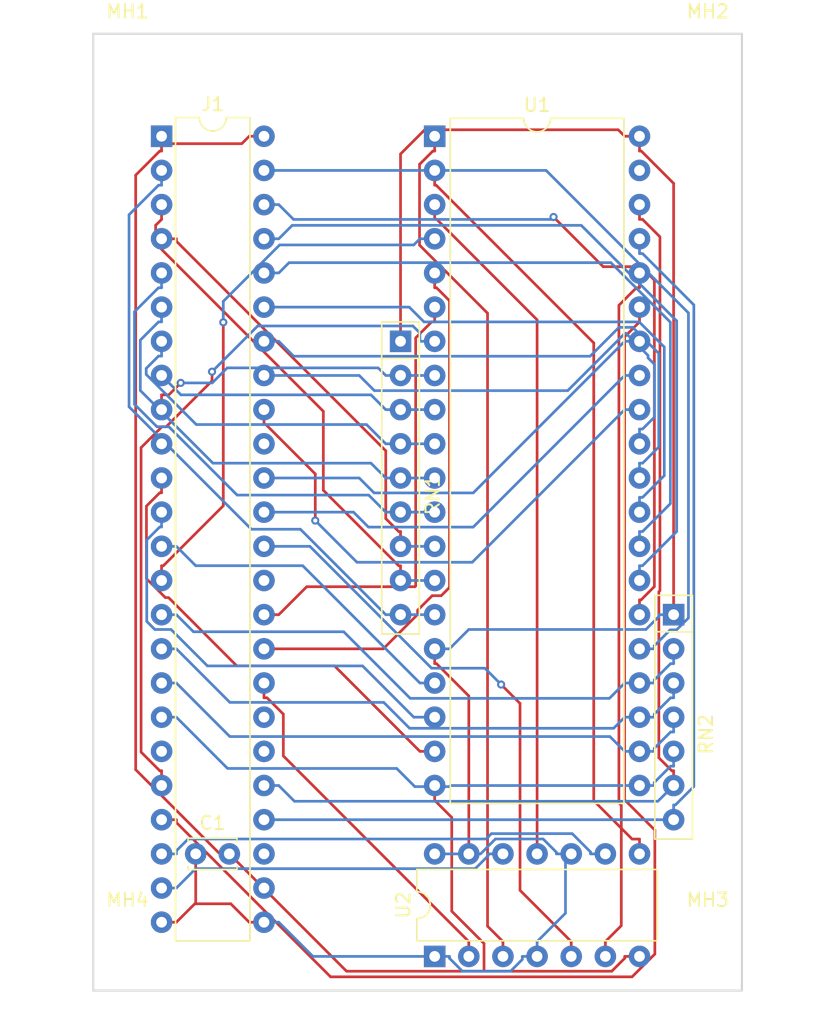
<source format=kicad_pcb>
(kicad_pcb (version 20211014) (generator pcbnew)
  (layers (0 "F.Cu" signal) (31 "B.Cu" signal) (34 "B.Paste" user) (35 "F.Paste" user) (36 "B.SilkS" user "B.Silkscreen") (37 "F.SilkS" user "F.Silkscreen") (38 "B.Mask" user) (39 "F.Mask" user) (44 "Edge.Cuts" user))
  (net 0 "")
  (net 1 "VCC")
  (net 2 "GND")
  (net 3 "/P53")
  (net 4 "Net-(J1-Pad30)")
  (net 5 "/P26")
  (net 6 "Net-(J1-Pad27)")
  (net 7 "/P27")
  (net 8 "/P46")
  (net 9 "Net-(J1-Pad26)")
  (net 10 "Net-(J1-Pad19)")
  (net 11 "/P25")
  (net 12 "/P24")
  (net 13 "/P23")
  (net 14 "/P22")
  (net 15 "/P21")
  (net 16 "/P20")
  (net 17 "/P34")
  (net 18 "Net-(J1-Pad10)")
  (net 19 "/P35")
  (net 20 "/P17")
  (net 21 "/P36")
  (net 22 "/P16")
  (net 23 "Net-(J1-Pad39)")
  (net 24 "/P15")
  (net 25 "/P40")
  (net 26 "/P14")
  (net 27 "/P41")
  (net 28 "/P13")
  (net 29 "/P42")
  (net 30 "/P12")
  (net 31 "/P11")
  (net 32 "/P44")
  (net 33 "/P10")
  (net 34 "/P45")
  (net 35 "/P33")
  (net 36 "/P32")
  (net 37 "/P31")
  (net 38 "/P30")
  (net 39 "/P51")
  (net 40 "/P55")
  (net 41 "/P37")
  (net 42 "/P52")
  (net 43 "/P54")
  (net 44 "/P50")
  (net 45 "Net-(J1-Pad31)")
  (net 46 "Net-(J1-Pad35)")
  (net 47 "Net-(U1-Pad39)")
  (net 48 "Net-(U1-Pad36)")
  (net 49 "Net-(U1-Pad3)")
  (net 50 "Net-(U1-Pad2)")
  (net 51 "Net-(U1-Pad1)")
  (footprint "MountingHole:MountingHole_3.2mm_M3" (layer "F.Cu") (at 101 70)
    (fp_text reference "MH1")
    (fp_text value "MountingHole_3.2mm_M3")
  )
  (footprint "MountingHole:MountingHole_3.2mm_M3" (layer "F.Cu") (at 144.18 70)
    (fp_text reference "MH2")
    (fp_text value "MountingHole_3.2mm_M3")
  )
  (footprint "MountingHole:MountingHole_3.2mm_M3" (layer "F.Cu") (at 144.18 136.04)
    (fp_text reference "MH3")
    (fp_text value "MountingHole_3.2mm_M3")
  )
  (footprint "MountingHole:MountingHole_3.2mm_M3" (layer "F.Cu") (at 101 136.04)
    (fp_text reference "MH4")
    (fp_text value "MountingHole_3.2mm_M3")
  )
  (footprint "Resistor_THT:R_Array_SIP9" (layer "F.Cu") (at 121.32 90.32 -90)
    (fp_text reference "RN1")
    (fp_text value "10k")
  )
  (footprint "Resistor_THT:R_Array_SIP7" (layer "F.Cu") (at 141.64 110.64 -90)
    (fp_text reference "RN2")
    (fp_text value "10k")
  )
  (footprint "Package_DIP:DIP-14_W7.62mm" (layer "F.Cu") (at 123.86 136.04 90)
    (fp_text reference "U2")
    (fp_text value "74HCT126")
  )
  (footprint "Capacitor_THT:C_Disc_D3.4mm_W2.1mm_P2.50mm" (layer "F.Cu") (at 106.08 128.42)
    (fp_text reference "C1")
    (fp_text value "0.1u")
  )
  (footprint "0-LocalLibrary:DIP-48_W7.62mm" (layer "F.Cu") (at 103.54 75.08)
    (fp_text reference "J1")
    (fp_text value "BionicConnector")
  )
  (footprint "Package_DIP:DIP-40_W15.24mm" (layer "F.Cu") (at 123.86 75.08)
    (fp_text reference "U1")
    (fp_text value "CDP1802")
  )
  (gr_line (start 98.46 138.58) (end 98.46 67.46) (layer "Edge.Cuts") (width 0.15))
  (gr_line (start 146.72 138.58) (end 98.46 138.58) (layer "Edge.Cuts") (width 0.15))
  (gr_line (start 146.72 67.46) (end 146.72 138.58) (layer "Edge.Cuts") (width 0.15))
  (gr_line (start 98.46 67.46) (end 146.72 67.46) (layer "Edge.Cuts") (width 0.15))
  (segment (start 139.1 75.08) (end 139.1 76.1803) (width 0.2) (layer "F.Cu") (net 1))
  (segment (start 121.32 76.3977) (end 123.1191 74.5986) (width 0.2) (layer "F.Cu") (net 1))
  (segment (start 121.32 90.32) (end 121.32 76.3977) (width 0.2) (layer "F.Cu") (net 1))
  (segment (start 141.64 78.5828) (end 141.64 110.64) (width 0.2) (layer "F.Cu") (net 1))
  (segment (start 126.4 116.6828) (end 126.4 127.3197) (width 0.2) (layer "F.Cu") (net 1))
  (segment (start 111.16 133.5) (end 110.0597 133.5) (width 0.2) (layer "F.Cu") (net 1))
  (segment (start 103.54 133.5) (end 104.6403 133.5) (width 0.2) (layer "F.Cu") (net 1))
  (segment (start 137.5183 74.5986) (end 137.9997 75.08) (width 0.2) (layer "F.Cu") (net 1))
  (segment (start 123.86 113.18) (end 123.86 114.2803) (width 0.2) (layer "F.Cu") (net 1))
  (segment (start 123.9975 114.2803) (end 126.4 116.6828) (width 0.2) (layer "F.Cu") (net 1))
  (segment (start 106.08 132.1299) (end 106.0104 132.1299) (width 0.2) (layer "F.Cu") (net 1))
  (segment (start 139.1 76.1803) (end 139.2375 76.1803) (width 0.2) (layer "F.Cu") (net 1))
  (segment (start 106.08 132.1299) (end 106.08 128.42) (width 0.2) (layer "F.Cu") (net 1))
  (segment (start 126.4 128.42) (end 126.4 127.3197) (width 0.2) (layer "F.Cu") (net 1))
  (segment (start 139.2375 76.1803) (end 141.64 78.5828) (width 0.2) (layer "F.Cu") (net 1))
  (segment (start 106.0104 132.1299) (end 104.6403 133.5) (width 0.2) (layer "F.Cu") (net 1))
  (segment (start 139.1 75.08) (end 137.9997 75.08) (width 0.2) (layer "F.Cu") (net 1))
  (segment (start 123.1191 74.5986) (end 137.5183 74.5986) (width 0.2) (layer "F.Cu") (net 1))
  (segment (start 123.86 114.2803) (end 123.9975 114.2803) (width 0.2) (layer "F.Cu") (net 1))
  (segment (start 108.6896 132.1299) (end 106.08 132.1299) (width 0.2) (layer "F.Cu") (net 1))
  (segment (start 110.0597 133.5) (end 108.6896 132.1299) (width 0.2) (layer "F.Cu") (net 1))
  (segment (start 131.935 127.3148) (end 128.3786 127.3148) (width 0.2) (layer "B.Cu") (net 1))
  (segment (start 131.48 136.04) (end 130.3797 136.04) (width 0.2) (layer "B.Cu") (net 1))
  (segment (start 124.9603 136.04) (end 124.9603 136.1775) (width 0.2) (layer "B.Cu") (net 1))
  (segment (start 133.5919 132.8278) (end 131.48 134.9397) (width 0.2) (layer "B.Cu") (net 1))
  (segment (start 123.86 136.04) (end 124.9603 136.04) (width 0.2) (layer "B.Cu") (net 1))
  (segment (start 123.86 113.18) (end 124.9603 113.18) (width 0.2) (layer "B.Cu") (net 1))
  (segment (start 139.5771 111.7403) (end 126.4 111.7403) (width 0.2) (layer "B.Cu") (net 1))
  (segment (start 132.9197 128.42) (end 132.9197 128.2995) (width 0.2) (layer "B.Cu") (net 1))
  (segment (start 112.2603 133.5) (end 114.8003 136.04) (width 0.2) (layer "B.Cu") (net 1))
  (segment (start 134.02 128.42) (end 133.5919 128.42) (width 0.2) (layer "B.Cu") (net 1))
  (segment (start 127.2734 128.42) (end 126.4 128.42) (width 0.2) (layer "B.Cu") (net 1))
  (segment (start 114.8003 136.04) (end 123.86 136.04) (width 0.2) (layer "B.Cu") (net 1))
  (segment (start 126.4 128.42) (end 123.86 128.42) (width 0.2) (layer "B.Cu") (net 1))
  (segment (start 129.5003 137.1474) (end 130.3797 136.268) (width 0.2) (layer "B.Cu") (net 1))
  (segment (start 130.3797 136.268) (end 130.3797 136.04) (width 0.2) (layer "B.Cu") (net 1))
  (segment (start 131.48 136.04) (end 131.48 134.9397) (width 0.2) (layer "B.Cu") (net 1))
  (segment (start 133.5919 128.42) (end 133.5919 132.8278) (width 0.2) (layer "B.Cu") (net 1))
  (segment (start 140.5397 110.7777) (end 139.5771 111.7403) (width 0.2) (layer "B.Cu") (net 1))
  (segment (start 140.5397 110.64) (end 140.5397 110.7777) (width 0.2) (layer "B.Cu") (net 1))
  (segment (start 126.4 111.7403) (end 124.9603 113.18) (width 0.2) (layer "B.Cu") (net 1))
  (segment (start 132.9197 128.2995) (end 131.935 127.3148) (width 0.2) (layer "B.Cu") (net 1))
  (segment (start 133.4699 128.42) (end 133.5919 128.42) (width 0.2) (layer "B.Cu") (net 1))
  (segment (start 111.16 133.5) (end 112.2603 133.5) (width 0.2) (layer "B.Cu") (net 1))
  (segment (start 141.64 110.64) (end 140.5397 110.64) (width 0.2) (layer "B.Cu") (net 1))
  (segment (start 133.4699 128.42) (end 132.9197 128.42) (width 0.2) (layer "B.Cu") (net 1))
  (segment (start 128.3786 127.3148) (end 127.2734 128.42) (width 0.2) (layer "B.Cu") (net 1))
  (segment (start 124.9603 136.1775) (end 125.9302 137.1474) (width 0.2) (layer "B.Cu") (net 1))
  (segment (start 125.9302 137.1474) (end 129.5003 137.1474) (width 0.2) (layer "B.Cu") (net 1))
  (segment (start 137.0344 137.1428) (end 127.5314 137.1428) (width 0.2) (layer "F.Cu") (net 2))
  (segment (start 139.1 136.04) (end 137.9997 136.04) (width 0.2) (layer "F.Cu") (net 2))
  (segment (start 117.3028 137.1428) (end 108.58 128.42) (width 0.2) (layer "F.Cu") (net 2))
  (segment (start 103.54 75.6301) (end 109.5096 75.6301) (width 0.2) (layer "F.Cu") (net 2))
  (segment (start 109.5096 75.6301) (end 110.0597 75.08) (width 0.2) (layer "F.Cu") (net 2))
  (segment (start 103.54 75.08) (end 103.54 75.6301) (width 0.2) (layer "F.Cu") (net 2))
  (segment (start 123.86 123.34) (end 123.86 124.4403) (width 0.2) (layer "F.Cu") (net 2))
  (segment (start 103.4025 76.1803) (end 101.6137 77.9691) (width 0.2) (layer "F.Cu") (net 2))
  (segment (start 111.16 75.08) (end 110.0597 75.08) (width 0.2) (layer "F.Cu") (net 2))
  (segment (start 127.5314 135.0825) (end 125.13 132.6811) (width 0.2) (layer "F.Cu") (net 2))
  (segment (start 103.54 75.6301) (end 103.54 76.1803) (width 0.2) (layer "F.Cu") (net 2))
  (segment (start 107.8722 128.42) (end 108.58 128.42) (width 0.2) (layer "F.Cu") (net 2))
  (segment (start 103.54 76.1803) (end 103.4025 76.1803) (width 0.2) (layer "F.Cu") (net 2))
  (segment (start 101.6137 77.9691) (end 101.6137 122.1615) (width 0.2) (layer "F.Cu") (net 2))
  (segment (start 127.5314 137.1428) (end 127.5314 135.0825) (width 0.2) (layer "F.Cu") (net 2))
  (segment (start 101.6137 122.1615) (end 107.8722 128.42) (width 0.2) (layer "F.Cu") (net 2))
  (segment (start 125.13 125.7103) (end 123.86 124.4403) (width 0.2) (layer "F.Cu") (net 2))
  (segment (start 137.9997 136.1775) (end 137.0344 137.1428) (width 0.2) (layer "F.Cu") (net 2))
  (segment (start 127.5314 137.1428) (end 117.3028 137.1428) (width 0.2) (layer "F.Cu") (net 2))
  (segment (start 137.9997 136.04) (end 137.9997 136.1775) (width 0.2) (layer "F.Cu") (net 2))
  (segment (start 125.13 132.6811) (end 125.13 125.7103) (width 0.2) (layer "F.Cu") (net 2))
  (segment (start 126.8771 129.5203) (end 106.08 129.5203) (width 0.2) (layer "B.Cu") (net 3))
  (segment (start 103.54 130.96) (end 104.6403 130.96) (width 0.2) (layer "B.Cu") (net 3))
  (segment (start 127.8397 128.5577) (end 126.8771 129.5203) (width 0.2) (layer "B.Cu") (net 3))
  (segment (start 128.94 128.42) (end 127.8397 128.42) (width 0.2) (layer "B.Cu") (net 3))
  (segment (start 106.08 129.5203) (end 104.6403 130.96) (width 0.2) (layer "B.Cu") (net 3))
  (segment (start 127.8397 128.42) (end 127.8397 128.5577) (width 0.2) (layer "B.Cu") (net 3))
  (segment (start 139.734 91.5516) (end 140.2146 92.0322) (width 0.2) (layer "B.Cu") (net 5))
  (segment (start 133.7597 93.9874) (end 138.0143 89.7328) (width 0.2) (layer "B.Cu") (net 5))
  (segment (start 111.16 92.86) (end 112.2603 92.86) (width 0.2) (layer "B.Cu") (net 5))
  (segment (start 140.2146 92.0322) (end 140.2146 95.9531) (width 0.2) (layer "B.Cu") (net 5))
  (segment (start 119.3734 93.9874) (end 133.7597 93.9874) (width 0.2) (layer "B.Cu") (net 5))
  (segment (start 138.0143 89.7328) (end 138.0969 89.7328) (width 0.2) (layer "B.Cu") (net 5))
  (segment (start 139.328 96.8397) (end 139.1 96.8397) (width 0.2) (layer "B.Cu") (net 5))
  (segment (start 139.734 91.3699) (end 139.734 91.5516) (width 0.2) (layer "B.Cu") (net 5))
  (segment (start 118.246 92.86) (end 119.3734 93.9874) (width 0.2) (layer "B.Cu") (net 5))
  (segment (start 138.0969 89.7328) (end 139.734 91.3699) (width 0.2) (layer "B.Cu") (net 5))
  (segment (start 112.2603 92.86) (end 118.246 92.86) (width 0.2) (layer "B.Cu") (net 5))
  (segment (start 139.1 97.94) (end 139.1 96.8397) (width 0.2) (layer "B.Cu") (net 5))
  (segment (start 140.2146 95.9531) (end 139.328 96.8397) (width 0.2) (layer "B.Cu") (net 5))
  (segment (start 111.2974 96.5003) (end 114.9754 100.1783) (width 0.2) (layer "F.Cu") (net 7))
  (segment (start 111.16 96.5003) (end 111.2974 96.5003) (width 0.2) (layer "F.Cu") (net 7))
  (segment (start 114.9754 100.1783) (end 114.9754 103.6446) (width 0.2) (layer "F.Cu") (net 7))
  (segment (start 111.16 95.4) (end 111.16 96.5003) (width 0.2) (layer "F.Cu") (net 7))
  (via (at 114.9754 103.6446) (size 0.6) (drill 0.3) (layers "F.Cu" "B.Cu") (net 7))
  (segment (start 118.0768 106.746) (end 114.9754 103.6446) (width 0.2) (layer "B.Cu") (net 7))
  (segment (start 139.1 95.4) (end 137.9997 95.4) (width 0.2) (layer "B.Cu") (net 7))
  (segment (start 137.9997 95.4) (end 126.6537 106.746) (width 0.2) (layer "B.Cu") (net 7))
  (segment (start 126.6537 106.746) (end 118.0768 106.746) (width 0.2) (layer "B.Cu") (net 7))
  (segment (start 126.4 134.9397) (end 112.5996 121.1393) (width 0.2) (layer "F.Cu") (net 8))
  (segment (start 112.5996 118.0319) (end 111.388 116.8203) (width 0.2) (layer "F.Cu") (net 8))
  (segment (start 111.16 115.72) (end 111.16 116.8203) (width 0.2) (layer "F.Cu") (net 8))
  (segment (start 126.4 136.04) (end 126.4 134.9397) (width 0.2) (layer "F.Cu") (net 8))
  (segment (start 111.388 116.8203) (end 111.16 116.8203) (width 0.2) (layer "F.Cu") (net 8))
  (segment (start 112.5996 121.1393) (end 112.5996 118.0319) (width 0.2) (layer "F.Cu") (net 8))
  (segment (start 135.4287 91.4312) (end 137.5759 89.284) (width 0.2) (layer "B.Cu") (net 11))
  (segment (start 139.328 99.3797) (end 139.1 99.3797) (width 0.2) (layer "B.Cu") (net 11))
  (segment (start 138.5986 89.284) (end 140.5346 91.22) (width 0.2) (layer "B.Cu") (net 11))
  (segment (start 137.5759 89.284) (end 138.5986 89.284) (width 0.2) (layer "B.Cu") (net 11))
  (segment (start 111.16 90.32) (end 112.2603 90.32) (width 0.2) (layer "B.Cu") (net 11))
  (segment (start 139.1 100.48) (end 139.1 99.3797) (width 0.2) (layer "B.Cu") (net 11))
  (segment (start 113.3715 91.4312) (end 135.4287 91.4312) (width 0.2) (layer "B.Cu") (net 11))
  (segment (start 140.5346 91.22) (end 140.5346 98.1731) (width 0.2) (layer "B.Cu") (net 11))
  (segment (start 140.5346 98.1731) (end 139.328 99.3797) (width 0.2) (layer "B.Cu") (net 11))
  (segment (start 112.2603 90.32) (end 113.3715 91.4312) (width 0.2) (layer "B.Cu") (net 11))
  (segment (start 121.9692 87.78) (end 111.16 87.78) (width 0.2) (layer "B.Cu") (net 12))
  (segment (start 139.0797 88.8804) (end 123.0696 88.8804) (width 0.2) (layer "B.Cu") (net 12))
  (segment (start 139.1 101.9197) (end 139.328 101.9197) (width 0.2) (layer "B.Cu") (net 12))
  (segment (start 139.1 103.02) (end 139.1 101.9197) (width 0.2) (layer "B.Cu") (net 12))
  (segment (start 123.0696 88.8804) (end 121.9692 87.78) (width 0.2) (layer "B.Cu") (net 12))
  (segment (start 140.941 90.7417) (end 139.0797 88.8804) (width 0.2) (layer "B.Cu") (net 12))
  (segment (start 139.328 101.9197) (end 140.941 100.3067) (width 0.2) (layer "B.Cu") (net 12))
  (segment (start 140.941 100.3067) (end 140.941 90.7417) (width 0.2) (layer "B.Cu") (net 12))
  (segment (start 139.1 105.56) (end 139.1 104.4597) (width 0.2) (layer "B.Cu") (net 13))
  (segment (start 139.328 104.4597) (end 139.1 104.4597) (width 0.2) (layer "B.Cu") (net 13))
  (segment (start 113.0243 84.476) (end 136.9723 84.476) (width 0.2) (layer "B.Cu") (net 13))
  (segment (start 136.9723 84.476) (end 141.3988 88.9025) (width 0.2) (layer "B.Cu") (net 13))
  (segment (start 141.3988 102.3889) (end 139.328 104.4597) (width 0.2) (layer "B.Cu") (net 13))
  (segment (start 111.16 85.24) (end 112.2603 85.24) (width 0.2) (layer "B.Cu") (net 13))
  (segment (start 112.2603 85.24) (end 113.0243 84.476) (width 0.2) (layer "B.Cu") (net 13))
  (segment (start 141.3988 88.9025) (end 141.3988 102.3889) (width 0.2) (layer "B.Cu") (net 13))
  (segment (start 141.8658 88.8031) (end 141.8658 104.4618) (width 0.2) (layer "B.Cu") (net 14))
  (segment (start 139.3279 106.9997) (end 139.1 106.9997) (width 0.2) (layer "B.Cu") (net 14))
  (segment (start 141.8658 104.4618) (end 139.3279 106.9997) (width 0.2) (layer "B.Cu") (net 14))
  (segment (start 134.7656 81.7029) (end 141.8658 88.8031) (width 0.2) (layer "B.Cu") (net 14))
  (segment (start 111.16 82.7) (end 112.2603 82.7) (width 0.2) (layer "B.Cu") (net 14))
  (segment (start 112.2603 82.7) (end 113.2574 81.7029) (width 0.2) (layer "B.Cu") (net 14))
  (segment (start 113.2574 81.7029) (end 134.7656 81.7029) (width 0.2) (layer "B.Cu") (net 14))
  (segment (start 139.1 108.1) (end 139.1 106.9997) (width 0.2) (layer "B.Cu") (net 14))
  (segment (start 139.2166 109.5397) (end 140.2061 108.5502) (width 0.2) (layer "F.Cu") (net 15))
  (segment (start 136.3982 84.775) (end 132.7034 81.0802) (width 0.2) (layer "F.Cu") (net 15))
  (segment (start 140.2061 108.5502) (end 140.2061 85.7708) (width 0.2) (layer "F.Cu") (net 15))
  (segment (start 140.2061 85.7708) (end 139.2103 84.775) (width 0.2) (layer "F.Cu") (net 15))
  (segment (start 139.2103 84.775) (end 136.3982 84.775) (width 0.2) (layer "F.Cu") (net 15))
  (segment (start 139.1 110.64) (end 139.1 109.5397) (width 0.2) (layer "F.Cu") (net 15))
  (segment (start 139.1 109.5397) (end 139.2166 109.5397) (width 0.2) (layer "F.Cu") (net 15))
  (via (at 132.7034 81.0802) (size 0.6) (drill 0.3) (layers "F.Cu" "B.Cu") (net 15))
  (segment (start 113.3607 81.2604) (end 132.5232 81.2604) (width 0.2) (layer "B.Cu") (net 15))
  (segment (start 132.5232 81.2604) (end 132.7034 81.0802) (width 0.2) (layer "B.Cu") (net 15))
  (segment (start 112.2603 80.16) (end 113.3607 81.2604) (width 0.2) (layer "B.Cu") (net 15))
  (segment (start 111.16 80.16) (end 112.2603 80.16) (width 0.2) (layer "B.Cu") (net 15))
  (segment (start 139.1 113.18) (end 140.2003 113.18) (width 0.2) (layer "B.Cu") (net 16))
  (segment (start 111.16 77.62) (end 132.1499 77.62) (width 0.2) (layer "B.Cu") (net 16))
  (segment (start 132.1499 77.62) (end 142.7404 88.2105) (width 0.2) (layer "B.Cu") (net 16))
  (segment (start 142.7404 88.2105) (end 142.7404 110.8875) (width 0.2) (layer "B.Cu") (net 16))
  (segment (start 141.384 111.7683) (end 140.2003 112.952) (width 0.2) (layer "B.Cu") (net 16))
  (segment (start 141.8596 111.7683) (end 141.384 111.7683) (width 0.2) (layer "B.Cu") (net 16))
  (segment (start 140.2003 112.952) (end 140.2003 113.18) (width 0.2) (layer "B.Cu") (net 16))
  (segment (start 142.7404 110.8875) (end 141.8596 111.7683) (width 0.2) (layer "B.Cu") (net 16))
  (segment (start 136.8597 116.86) (end 122.0402 116.86) (width 0.2) (layer "B.Cu") (net 17))
  (segment (start 122.0402 116.86) (end 117.0902 111.91) (width 0.2) (layer "B.Cu") (net 17))
  (segment (start 141.64 113.18) (end 141.64 114.2803) (width 0.2) (layer "B.Cu") (net 17))
  (segment (start 139.1 115.72) (end 137.9997 115.72) (width 0.2) (layer "B.Cu") (net 17))
  (segment (start 117.0902 111.91) (end 105.9103 111.91) (width 0.2) (layer "B.Cu") (net 17))
  (segment (start 103.54 110.64) (end 104.6403 110.64) (width 0.2) (layer "B.Cu") (net 17))
  (segment (start 141.64 114.2803) (end 141.412 114.2803) (width 0.2) (layer "B.Cu") (net 17))
  (segment (start 137.9997 115.72) (end 136.8597 116.86) (width 0.2) (layer "B.Cu") (net 17))
  (segment (start 105.9103 111.91) (end 104.6403 110.64) (width 0.2) (layer "B.Cu") (net 17))
  (segment (start 141.412 114.2803) (end 140.2003 115.492) (width 0.2) (layer "B.Cu") (net 17))
  (segment (start 139.1 115.72) (end 140.2003 115.72) (width 0.2) (layer "B.Cu") (net 17))
  (segment (start 140.2003 115.492) (end 140.2003 115.72) (width 0.2) (layer "B.Cu") (net 17))
  (segment (start 104.6403 113.18) (end 108.62 117.1597) (width 0.2) (layer "B.Cu") (net 19))
  (segment (start 141.64 116.8203) (end 141.412 116.8203) (width 0.2) (layer "B.Cu") (net 19))
  (segment (start 120.0714 117.1597) (end 121.9969 119.0852) (width 0.2) (layer "B.Cu") (net 19))
  (segment (start 141.412 116.8203) (end 140.2003 118.032) (width 0.2) (layer "B.Cu") (net 19))
  (segment (start 139.1 118.26) (end 140.2003 118.26) (width 0.2) (layer "B.Cu") (net 19))
  (segment (start 103.54 113.18) (end 104.6403 113.18) (width 0.2) (layer "B.Cu") (net 19))
  (segment (start 137.1745 119.0852) (end 137.9997 118.26) (width 0.2) (layer "B.Cu") (net 19))
  (segment (start 141.64 115.72) (end 141.64 116.8203) (width 0.2) (layer "B.Cu") (net 19))
  (segment (start 140.2003 118.032) (end 140.2003 118.26) (width 0.2) (layer "B.Cu") (net 19))
  (segment (start 121.9969 119.0852) (end 137.1745 119.0852) (width 0.2) (layer "B.Cu") (net 19))
  (segment (start 139.1 118.26) (end 137.9997 118.26) (width 0.2) (layer "B.Cu") (net 19))
  (segment (start 108.62 117.1597) (end 120.0714 117.1597) (width 0.2) (layer "B.Cu") (net 19))
  (segment (start 104.9649 93.4132) (end 104.0784 94.2997) (width 0.2) (layer "F.Cu") (net 20))
  (segment (start 103.54 95.4) (end 103.54 94.2997) (width 0.2) (layer "F.Cu") (net 20))
  (segment (start 104.0784 94.2997) (end 103.54 94.2997) (width 0.2) (layer "F.Cu") (net 20))
  (via (at 104.9649 93.4132) (size 0.6) (drill 0.3) (layers "F.Cu" "B.Cu") (net 20))
  (segment (start 121.32 92.86) (end 120.2197 92.86) (width 0.2) (layer "B.Cu") (net 20))
  (segment (start 119.6554 92.2957) (end 120.2197 92.86) (width 0.2) (layer "B.Cu") (net 20))
  (segment (start 107.3083 93.4132) (end 108.4257 92.2958) (width 0.2) (layer "B.Cu") (net 20))
  (segment (start 123.86 92.86) (end 121.32 92.86) (width 0.2) (layer "B.Cu") (net 20))
  (segment (start 108.4257 92.2958) (end 108.4257 92.2957) (width 0.2) (layer "B.Cu") (net 20))
  (segment (start 104.9649 93.4132) (end 107.3083 93.4132) (width 0.2) (layer "B.Cu") (net 20))
  (segment (start 108.4257 92.2957) (end 119.6554 92.2957) (width 0.2) (layer "B.Cu") (net 20))
  (segment (start 108.62 119.6997) (end 136.8994 119.6997) (width 0.2) (layer "B.Cu") (net 21))
  (segment (start 103.54 115.72) (end 104.6403 115.72) (width 0.2) (layer "B.Cu") (net 21))
  (segment (start 136.8994 119.6997) (end 137.9997 120.8) (width 0.2) (layer "B.Cu") (net 21))
  (segment (start 104.6403 115.72) (end 108.62 119.6997) (width 0.2) (layer "B.Cu") (net 21))
  (segment (start 141.64 118.26) (end 141.64 119.3603) (width 0.2) (layer "B.Cu") (net 21))
  (segment (start 139.1 120.8) (end 140.2003 120.8) (width 0.2) (layer "B.Cu") (net 21))
  (segment (start 141.412 119.3603) (end 140.2003 120.572) (width 0.2) (layer "B.Cu") (net 21))
  (segment (start 141.64 119.3603) (end 141.412 119.3603) (width 0.2) (layer "B.Cu") (net 21))
  (segment (start 139.1 120.8) (end 137.9997 120.8) (width 0.2) (layer "B.Cu") (net 21))
  (segment (start 140.2003 120.572) (end 140.2003 120.8) (width 0.2) (layer "B.Cu") (net 21))
  (segment (start 119.1194 94.2997) (end 120.2197 95.4) (width 0.2) (layer "B.Cu") (net 22))
  (segment (start 103.54 92.86) (end 104.9797 94.2997) (width 0.2) (layer "B.Cu") (net 22))
  (segment (start 121.32 95.4) (end 120.2197 95.4) (width 0.2) (layer "B.Cu") (net 22))
  (segment (start 123.86 95.4) (end 121.32 95.4) (width 0.2) (layer "B.Cu") (net 22))
  (segment (start 104.9797 94.2997) (end 119.1194 94.2997) (width 0.2) (layer "B.Cu") (net 22))
  (segment (start 103.54 90.32) (end 103.54 91.4203) (width 0.2) (layer "B.Cu") (net 24))
  (segment (start 120.2197 97.94) (end 118.7878 96.5081) (width 0.2) (layer "B.Cu") (net 24))
  (segment (start 103.312 91.4203) (end 103.54 91.4203) (width 0.2) (layer "B.Cu") (net 24))
  (segment (start 106.1209 96.5081) (end 102.3975 92.7847) (width 0.2) (layer "B.Cu") (net 24))
  (segment (start 121.32 97.94) (end 120.2197 97.94) (width 0.2) (layer "B.Cu") (net 24))
  (segment (start 102.3975 92.7847) (end 102.3975 92.3348) (width 0.2) (layer "B.Cu") (net 24))
  (segment (start 118.7878 96.5081) (end 106.1209 96.5081) (width 0.2) (layer "B.Cu") (net 24))
  (segment (start 123.86 97.94) (end 121.32 97.94) (width 0.2) (layer "B.Cu") (net 24))
  (segment (start 102.3975 92.3348) (end 103.312 91.4203) (width 0.2) (layer "B.Cu") (net 24))
  (segment (start 137.9997 90.32) (end 126.7285 101.5912) (width 0.2) (layer "B.Cu") (net 25))
  (segment (start 139.1 90.32) (end 137.9997 90.32) (width 0.2) (layer "B.Cu") (net 25))
  (segment (start 118.246 100.48) (end 111.16 100.48) (width 0.2) (layer "B.Cu") (net 25))
  (segment (start 119.3572 101.5912) (end 118.246 100.48) (width 0.2) (layer "B.Cu") (net 25))
  (segment (start 126.7285 101.5912) (end 119.3572 101.5912) (width 0.2) (layer "B.Cu") (net 25))
  (segment (start 123.86 100.48) (end 121.32 100.48) (width 0.2) (layer "B.Cu") (net 26))
  (segment (start 103.312 88.8803) (end 103.54 88.8803) (width 0.2) (layer "B.Cu") (net 26))
  (segment (start 120.2197 100.48) (end 119.1194 99.3797) (width 0.2) (layer "B.Cu") (net 26))
  (segment (start 103.54 87.78) (end 103.54 88.8803) (width 0.2) (layer "B.Cu") (net 26))
  (segment (start 101.9575 90.2348) (end 103.312 88.8803) (width 0.2) (layer "B.Cu") (net 26))
  (segment (start 101.9575 93.9789) (end 101.9575 90.2348) (width 0.2) (layer "B.Cu") (net 26))
  (segment (start 107.3583 99.3797) (end 101.9575 93.9789) (width 0.2) (layer "B.Cu") (net 26))
  (segment (start 119.1194 99.3797) (end 107.3583 99.3797) (width 0.2) (layer "B.Cu") (net 26))
  (segment (start 121.32 100.48) (end 120.2197 100.48) (width 0.2) (layer "B.Cu") (net 26))
  (segment (start 126.7285 104.1312) (end 137.9997 92.86) (width 0.2) (layer "B.Cu") (net 27))
  (segment (start 118.9342 104.1312) (end 126.7285 104.1312) (width 0.2) (layer "B.Cu") (net 27))
  (segment (start 139.1 92.86) (end 137.9997 92.86) (width 0.2) (layer "B.Cu") (net 27))
  (segment (start 117.823 103.02) (end 118.9342 104.1312) (width 0.2) (layer "B.Cu") (net 27))
  (segment (start 111.16 103.02) (end 117.823 103.02) (width 0.2) (layer "B.Cu") (net 27))
  (segment (start 121.32 103.02) (end 120.2197 103.02) (width 0.2) (layer "B.Cu") (net 28))
  (segment (start 118.9497 101.75) (end 109.1624 101.75) (width 0.2) (layer "B.Cu") (net 28))
  (segment (start 123.86 103.02) (end 121.32 103.02) (width 0.2) (layer "B.Cu") (net 28))
  (segment (start 103.312 86.3403) (end 103.54 86.3403) (width 0.2) (layer "B.Cu") (net 28))
  (segment (start 109.1624 101.75) (end 104.0824 96.67) (width 0.2) (layer "B.Cu") (net 28))
  (segment (start 103.54 85.24) (end 103.54 86.3403) (width 0.2) (layer "B.Cu") (net 28))
  (segment (start 120.2197 103.02) (end 118.9497 101.75) (width 0.2) (layer "B.Cu") (net 28))
  (segment (start 103.196 96.67) (end 101.5252 94.9992) (width 0.2) (layer "B.Cu") (net 28))
  (segment (start 101.5252 88.1271) (end 103.312 86.3403) (width 0.2) (layer "B.Cu") (net 28))
  (segment (start 104.0824 96.67) (end 103.196 96.67) (width 0.2) (layer "B.Cu") (net 28))
  (segment (start 101.5252 94.9992) (end 101.5252 88.1271) (width 0.2) (layer "B.Cu") (net 28))
  (segment (start 130.21 131.1297) (end 130.21 117.238) (width 0.2) (layer "F.Cu") (net 29))
  (segment (start 134.02 134.9397) (end 130.21 131.1297) (width 0.2) (layer "F.Cu") (net 29))
  (segment (start 134.02 136.04) (end 134.02 134.9397) (width 0.2) (layer "F.Cu") (net 29))
  (segment (start 130.21 117.238) (end 128.8052 115.8332) (width 0.2) (layer "F.Cu") (net 29))
  (via (at 128.8052 115.8332) (size 0.6) (drill 0.3) (layers "F.Cu" "B.Cu") (net 29))
  (segment (start 114.5734 105.56) (end 111.16 105.56) (width 0.2) (layer "B.Cu") (net 29))
  (segment (start 127.5916 114.6196) (end 123.633 114.6196) (width 0.2) (layer "B.Cu") (net 29))
  (segment (start 123.633 114.6196) (end 114.5734 105.56) (width 0.2) (layer "B.Cu") (net 29))
  (segment (start 128.8052 115.8332) (end 127.5916 114.6196) (width 0.2) (layer "B.Cu") (net 29))
  (segment (start 120.2197 98.4593) (end 104.6403 82.8799) (width 0.2) (layer "F.Cu") (net 30))
  (segment (start 103.54 82.7) (end 104.6403 82.7) (width 0.2) (layer "F.Cu") (net 30))
  (segment (start 120.2197 103.4971) (end 120.2197 98.4593) (width 0.2) (layer "F.Cu") (net 30))
  (segment (start 104.6403 82.8799) (end 104.6403 82.7) (width 0.2) (layer "F.Cu") (net 30))
  (segment (start 121.32 104.4597) (end 121.1823 104.4597) (width 0.2) (layer "F.Cu") (net 30))
  (segment (start 121.1823 104.4597) (end 120.2197 103.4971) (width 0.2) (layer "F.Cu") (net 30))
  (segment (start 121.32 105.56) (end 121.32 104.4597) (width 0.2) (layer "F.Cu") (net 30))
  (segment (start 123.86 105.56) (end 121.32 105.56) (width 0.2) (layer "B.Cu") (net 30))
  (segment (start 121.1825 106.9997) (end 115.5755 101.3927) (width 0.2) (layer "F.Cu") (net 31))
  (segment (start 115.5755 101.3927) (end 115.5755 95.5232) (width 0.2) (layer "F.Cu") (net 31))
  (segment (start 103.2833 83.3583) (end 103.0977 83.1727) (width 0.2) (layer "F.Cu") (net 31))
  (segment (start 115.5755 95.5232) (end 103.4106 83.3583) (width 0.2) (layer "F.Cu") (net 31))
  (segment (start 103.54 80.16) (end 103.54 81.2603) (width 0.2) (layer "F.Cu") (net 31))
  (segment (start 121.32 106.9997) (end 121.1825 106.9997) (width 0.2) (layer "F.Cu") (net 31))
  (segment (start 121.32 108.1) (end 121.32 106.9997) (width 0.2) (layer "F.Cu") (net 31))
  (segment (start 103.0977 83.1727) (end 103.0977 81.7026) (width 0.2) (layer "F.Cu") (net 31))
  (segment (start 103.0977 81.7026) (end 103.54 81.2603) (width 0.2) (layer "F.Cu") (net 31))
  (segment (start 103.4106 83.3583) (end 103.2833 83.3583) (width 0.2) (layer "F.Cu") (net 31))
  (segment (start 121.32 108.1) (end 123.86 108.1) (width 0.2) (layer "B.Cu") (net 31))
  (segment (start 123.86 87.78) (end 123.86 88.8803) (width 0.2) (layer "F.Cu") (net 32))
  (segment (start 122.4484 90.0639) (end 123.632 88.8803) (width 0.2) (layer "F.Cu") (net 32))
  (segment (start 123.632 88.8803) (end 123.86 88.8803) (width 0.2) (layer "F.Cu") (net 32))
  (segment (start 122.39 108.5615) (end 122.4484 108.5031) (width 0.2) (layer "F.Cu") (net 32))
  (segment (start 111.16 110.64) (end 112.2603 110.64) (width 0.2) (layer "F.Cu") (net 32))
  (segment (start 122.4484 108.5031) (end 122.4484 90.0639) (width 0.2) (layer "F.Cu") (net 32))
  (segment (start 112.2603 110.64) (end 114.3388 108.5615) (width 0.2) (layer "F.Cu") (net 32))
  (segment (start 114.3388 108.5615) (end 122.39 108.5615) (width 0.2) (layer "F.Cu") (net 32))
  (segment (start 101.1195 80.9128) (end 103.312 78.7203) (width 0.2) (layer "B.Cu") (net 33))
  (segment (start 103.54 77.62) (end 103.54 78.7203) (width 0.2) (layer "B.Cu") (net 33))
  (segment (start 120.2197 110.64) (end 113.8697 104.29) (width 0.2) (layer "B.Cu") (net 33))
  (segment (start 101.1195 95.188) (end 101.1195 80.9128) (width 0.2) (layer "B.Cu") (net 33))
  (segment (start 113.8697 104.29) (end 110.2215 104.29) (width 0.2) (layer "B.Cu") (net 33))
  (segment (start 123.86 110.64) (end 121.32 110.64) (width 0.2) (layer "B.Cu") (net 33))
  (segment (start 121.32 110.64) (end 120.2197 110.64) (width 0.2) (layer "B.Cu") (net 33))
  (segment (start 110.2215 104.29) (end 101.1195 95.188) (width 0.2) (layer "B.Cu") (net 33))
  (segment (start 103.312 78.7203) (end 103.54 78.7203) (width 0.2) (layer "B.Cu") (net 33))
  (segment (start 122.59 110.6249) (end 120.0349 113.18) (width 0.2) (layer "F.Cu") (net 34))
  (segment (start 120.0349 113.18) (end 111.16 113.18) (width 0.2) (layer "F.Cu") (net 34))
  (segment (start 123.86 85.24) (end 123.86 86.3403) (width 0.2) (layer "F.Cu") (net 34))
  (segment (start 122.59 110.3125) (end 122.59 110.6249) (width 0.2) (layer "F.Cu") (net 34))
  (segment (start 124.9655 108.6117) (end 124.3489 109.2283) (width 0.2) (layer "F.Cu") (net 34))
  (segment (start 124.3489 109.2283) (end 123.6742 109.2283) (width 0.2) (layer "F.Cu") (net 34))
  (segment (start 123.86 86.3403) (end 123.9975 86.3403) (width 0.2) (layer "F.Cu") (net 34))
  (segment (start 123.6742 109.2283) (end 122.59 110.3125) (width 0.2) (layer "F.Cu") (net 34))
  (segment (start 123.9975 86.3403) (end 124.9655 87.3083) (width 0.2) (layer "F.Cu") (net 34))
  (segment (start 124.9655 87.3083) (end 124.9655 108.6117) (width 0.2) (layer "F.Cu") (net 34))
  (segment (start 103.6775 106.9997) (end 108.1318 102.5454) (width 0.2) (layer "F.Cu") (net 35))
  (segment (start 108.1318 102.5454) (end 108.1318 88.9083) (width 0.2) (layer "F.Cu") (net 35))
  (segment (start 103.54 108.1) (end 103.54 106.9997) (width 0.2) (layer "F.Cu") (net 35))
  (segment (start 103.54 106.9997) (end 103.6775 106.9997) (width 0.2) (layer "F.Cu") (net 35))
  (via (at 108.1318 88.9083) (size 0.6) (drill 0.3) (layers "F.Cu" "B.Cu") (net 35))
  (segment (start 108.1318 88.9083) (end 108.1318 87.3498) (width 0.2) (layer "B.Cu") (net 35))
  (segment (start 122.3038 83.1559) (end 122.7597 82.7) (width 0.2) (layer "B.Cu") (net 35))
  (segment (start 108.1318 87.3498) (end 112.3257 83.1559) (width 0.2) (layer "B.Cu") (net 35))
  (segment (start 112.3257 83.1559) (end 122.3038 83.1559) (width 0.2) (layer "B.Cu") (net 35))
  (segment (start 123.86 82.7) (end 122.7597 82.7) (width 0.2) (layer "B.Cu") (net 35))
  (segment (start 104.6403 105.56) (end 106.0799 106.9996) (width 0.2) (layer "B.Cu") (net 36))
  (segment (start 106.0799 106.9996) (end 114.0393 106.9996) (width 0.2) (layer "B.Cu") (net 36))
  (segment (start 103.54 105.56) (end 104.6403 105.56) (width 0.2) (layer "B.Cu") (net 36))
  (segment (start 114.0393 106.9996) (end 122.7597 115.72) (width 0.2) (layer "B.Cu") (net 36))
  (segment (start 123.86 115.72) (end 122.7597 115.72) (width 0.2) (layer "B.Cu") (net 36))
  (segment (start 104.2442 111.7404) (end 106.9538 114.45) (width 0.2) (layer "B.Cu") (net 37))
  (segment (start 118.4942 114.45) (end 122.3042 118.26) (width 0.2) (layer "B.Cu") (net 37))
  (segment (start 103.0389 111.7404) (end 104.2442 111.7404) (width 0.2) (layer "B.Cu") (net 37))
  (segment (start 103.54 104.1203) (end 103.4025 104.1203) (width 0.2) (layer "B.Cu") (net 37))
  (segment (start 102.437 111.1385) (end 103.0389 111.7404) (width 0.2) (layer "B.Cu") (net 37))
  (segment (start 106.9538 114.45) (end 118.4942 114.45) (width 0.2) (layer "B.Cu") (net 37))
  (segment (start 122.3042 118.26) (end 123.86 118.26) (width 0.2) (layer "B.Cu") (net 37))
  (segment (start 103.54 103.02) (end 103.54 104.1203) (width 0.2) (layer "B.Cu") (net 37))
  (segment (start 103.4025 104.1203) (end 102.437 105.0858) (width 0.2) (layer "B.Cu") (net 37))
  (segment (start 102.437 105.0858) (end 102.437 111.1385) (width 0.2) (layer "B.Cu") (net 37))
  (segment (start 102.4143 107.9639) (end 103.8204 109.37) (width 0.2) (layer "F.Cu") (net 38))
  (segment (start 102.4143 102.5685) (end 102.4143 107.9639) (width 0.2) (layer "F.Cu") (net 38))
  (segment (start 103.54 101.5803) (end 103.4025 101.5803) (width 0.2) (layer "F.Cu") (net 38))
  (segment (start 103.8204 109.37) (end 104.058 109.37) (width 0.2) (layer "F.Cu") (net 38))
  (segment (start 103.54 100.48) (end 103.54 101.5803) (width 0.2) (layer "F.Cu") (net 38))
  (segment (start 116.4097 114.45) (end 122.7597 120.8) (width 0.2) (layer "F.Cu") (net 38))
  (segment (start 103.4025 101.5803) (end 102.4143 102.5685) (width 0.2) (layer "F.Cu") (net 38))
  (segment (start 109.138 114.45) (end 116.4097 114.45) (width 0.2) (layer "F.Cu") (net 38))
  (segment (start 104.058 109.37) (end 109.138 114.45) (width 0.2) (layer "F.Cu") (net 38))
  (segment (start 123.86 120.8) (end 122.7597 120.8) (width 0.2) (layer "F.Cu") (net 38))
  (segment (start 137.9892 89.9911) (end 139.1 88.8803) (width 0.2) (layer "F.Cu") (net 39))
  (segment (start 104.6403 125.88) (end 104.6403 126.0875) (width 0.2) (layer "F.Cu") (net 39))
  (segment (start 138.5472 137.5585) (end 140.2412 135.8645) (width 0.2) (layer "F.Cu") (net 39))
  (segment (start 116.1113 137.5585) (end 138.5472 137.5585) (width 0.2) (layer "F.Cu") (net 39))
  (segment (start 140.2412 135.8645) (end 140.2412 126.6518) (width 0.2) (layer "F.Cu") (net 39))
  (segment (start 140.2412 126.6518) (end 137.9892 124.3998) (width 0.2) (layer "F.Cu") (net 39))
  (segment (start 137.9892 124.3998) (end 137.9892 89.9911) (width 0.2) (layer "F.Cu") (net 39))
  (segment (start 139.1 87.78) (end 139.1 88.8803) (width 0.2) (layer "F.Cu") (net 39))
  (segment (start 103.54 125.88) (end 104.6403 125.88) (width 0.2) (layer "F.Cu") (net 39))
  (segment (start 104.6403 126.0875) (end 116.1113 137.5585) (width 0.2) (layer "F.Cu") (net 39))
  (segment (start 143.1437 123.4135) (end 143.1437 87.616) (width 0.2) (layer "B.Cu") (net 40))
  (segment (start 143.1437 87.616) (end 139.328 83.8003) (width 0.2) (layer "B.Cu") (net 40))
  (segment (start 111.16 125.88) (end 112.2603 125.88) (width 0.2) (layer "B.Cu") (net 40))
  (segment (start 141.7775 124.7797) (end 143.1437 123.4135) (width 0.2) (layer "B.Cu") (net 40))
  (segment (start 141.64 125.88) (end 112.2603 125.88) (width 0.2) (layer "B.Cu") (net 40))
  (segment (start 141.64 125.88) (end 141.64 124.7797) (width 0.2) (layer "B.Cu") (net 40))
  (segment (start 141.64 124.7797) (end 141.7775 124.7797) (width 0.2) (layer "B.Cu") (net 40))
  (segment (start 139.1 82.7) (end 139.1 83.8003) (width 0.2) (layer "B.Cu") (net 40))
  (segment (start 139.328 83.8003) (end 139.1 83.8003) (width 0.2) (layer "B.Cu") (net 40))
  (segment (start 139.1 123.34) (end 140.2003 123.34) (width 0.2) (layer "B.Cu") (net 41))
  (segment (start 140.2003 123.112) (end 140.2003 123.34) (width 0.2) (layer "B.Cu") (net 41))
  (segment (start 141.64 120.8) (end 141.64 121.9003) (width 0.2) (layer "B.Cu") (net 41))
  (segment (start 124.9463 123.4216) (end 122.3855 123.4216) (width 0.2) (layer "B.Cu") (net 41))
  (segment (start 141.64 121.9003) (end 141.412 121.9003) (width 0.2) (layer "B.Cu") (net 41))
  (segment (start 103.54 118.26) (end 104.6403 118.26) (width 0.2) (layer "B.Cu") (net 41))
  (segment (start 122.3855 123.4216) (end 121.0339 122.07) (width 0.2) (layer "B.Cu") (net 41))
  (segment (start 141.412 121.9003) (end 140.2003 123.112) (width 0.2) (layer "B.Cu") (net 41))
  (segment (start 137.9997 123.34) (end 125.0279 123.34) (width 0.2) (layer "B.Cu") (net 41))
  (segment (start 121.0339 122.07) (end 108.4503 122.07) (width 0.2) (layer "B.Cu") (net 41))
  (segment (start 125.0279 123.34) (end 124.9463 123.4216) (width 0.2) (layer "B.Cu") (net 41))
  (segment (start 108.4503 122.07) (end 104.6403 118.26) (width 0.2) (layer "B.Cu") (net 41))
  (segment (start 139.1 123.34) (end 137.9997 123.34) (width 0.2) (layer "B.Cu") (net 41))
  (segment (start 103.54 128.42) (end 104.6403 128.42) (width 0.2) (layer "B.Cu") (net 42))
  (segment (start 104.6403 128.192) (end 104.6403 128.42) (width 0.2) (layer "B.Cu") (net 42))
  (segment (start 135.4597 128.2825) (end 134.0917 126.9145) (width 0.2) (layer "B.Cu") (net 42))
  (segment (start 136.56 128.42) (end 135.4597 128.42) (width 0.2) (layer "B.Cu") (net 42))
  (segment (start 105.5175 127.3148) (end 104.6403 128.192) (width 0.2) (layer "B.Cu") (net 42))
  (segment (start 135.4597 128.42) (end 135.4597 128.2825) (width 0.2) (layer "B.Cu") (net 42))
  (segment (start 128.085 126.9145) (end 127.6847 127.3148) (width 0.2) (layer "B.Cu") (net 42))
  (segment (start 127.6847 127.3148) (end 105.5175 127.3148) (width 0.2) (layer "B.Cu") (net 42))
  (segment (start 134.0917 126.9145) (end 128.085 126.9145) (width 0.2) (layer "B.Cu") (net 42))
  (segment (start 141.64 123.34) (end 141.64 122.2397) (width 0.2) (layer "F.Cu") (net 43))
  (segment (start 140.6224 82.5547) (end 140.6224 108.85) (width 0.2) (layer "F.Cu") (net 43))
  (segment (start 140.5396 121.277) (end 141.5023 122.2397) (width 0.2) (layer "F.Cu") (net 43))
  (segment (start 140.5396 108.9328) (end 140.5396 121.277) (width 0.2) (layer "F.Cu") (net 43))
  (segment (start 139.1 80.16) (end 139.1 81.2603) (width 0.2) (layer "F.Cu") (net 43))
  (segment (start 141.5023 122.2397) (end 141.64 122.2397) (width 0.2) (layer "F.Cu") (net 43))
  (segment (start 139.1 81.2603) (end 139.328 81.2603) (width 0.2) (layer "F.Cu") (net 43))
  (segment (start 139.328 81.2603) (end 140.6224 82.5547) (width 0.2) (layer "F.Cu") (net 43))
  (segment (start 140.6224 108.85) (end 140.5396 108.9328) (width 0.2) (layer "F.Cu") (net 43))
  (segment (start 111.16 123.34) (end 112.2603 123.34) (width 0.2) (layer "B.Cu") (net 43))
  (segment (start 113.43 124.5097) (end 112.2603 123.34) (width 0.2) (layer "B.Cu") (net 43))
  (segment (start 141.64 123.34) (end 140.4703 124.5097) (width 0.2) (layer "B.Cu") (net 43))
  (segment (start 140.4703 124.5097) (end 113.43 124.5097) (width 0.2) (layer "B.Cu") (net 43))
  (segment (start 103.54 123.34) (end 103.54 122.2397) (width 0.2) (layer "F.Cu") (net 44))
  (segment (start 103.54 122.2397) (end 103.4023 122.2397) (width 0.2) (layer "F.Cu") (net 44))
  (segment (start 103.4023 122.2397) (end 102.014 120.8514) (width 0.2) (layer "F.Cu") (net 44))
  (segment (start 103.5685 96.67) (end 103.8832 96.67) (width 0.2) (layer "F.Cu") (net 44))
  (segment (start 102.014 120.8514) (end 102.014 98.2245) (width 0.2) (layer "F.Cu") (net 44))
  (segment (start 102.014 98.2245) (end 103.5685 96.67) (width 0.2) (layer "F.Cu") (net 44))
  (segment (start 107.2943 93.2589) (end 107.2943 92.5782) (width 0.2) (layer "F.Cu") (net 44))
  (segment (start 103.8832 96.67) (end 107.2943 93.2589) (width 0.2) (layer "F.Cu") (net 44))
  (via (at 107.2943 92.5782) (size 0.6) (drill 0.3) (layers "F.Cu" "B.Cu") (net 44))
  (segment (start 110.6919 89.1806) (end 122.2374 89.1806) (width 0.2) (layer "B.Cu") (net 44))
  (segment (start 122.2374 89.1806) (end 122.7597 89.7029) (width 0.2) (layer "B.Cu") (net 44))
  (segment (start 122.7597 89.7029) (end 122.7597 90.32) (width 0.2) (layer "B.Cu") (net 44))
  (segment (start 107.2943 92.5782) (end 110.6919 89.1806) (width 0.2) (layer "B.Cu") (net 44))
  (segment (start 123.86 90.32) (end 122.7597 90.32) (width 0.2) (layer "B.Cu") (net 44))
  (segment (start 138.872 86.3403) (end 139.1 86.3403) (width 0.2) (layer "F.Cu") (net 48))
  (segment (start 137.5679 87.6444) (end 138.872 86.3403) (width 0.2) (layer "F.Cu") (net 48))
  (segment (start 139.1 85.24) (end 139.1 86.3403) (width 0.2) (layer "F.Cu") (net 48))
  (segment (start 137.7451 124.81) (end 137.5679 124.6328) (width 0.2) (layer "F.Cu") (net 48))
  (segment (start 136.56 134.9397) (end 137.7451 133.7546) (width 0.2) (layer "F.Cu") (net 48))
  (segment (start 137.7451 133.7546) (end 137.7451 124.81) (width 0.2) (layer "F.Cu") (net 48))
  (segment (start 137.5679 124.6328) (end 137.5679 87.6444) (width 0.2) (layer "F.Cu") (net 48))
  (segment (start 136.56 136.04) (end 136.56 134.9397) (width 0.2) (layer "F.Cu") (net 48))
  (segment (start 131.48 128.42) (end 131.48 127.3197) (width 0.2) (layer "F.Cu") (net 49))
  (segment (start 123.86 81.2603) (end 124.0195 81.2603) (width 0.2) (layer "F.Cu") (net 49))
  (segment (start 123.86 80.16) (end 123.86 81.2603) (width 0.2) (layer "F.Cu") (net 49))
  (segment (start 124.0195 81.2603) (end 131.48 88.7208) (width 0.2) (layer "F.Cu") (net 49))
  (segment (start 131.48 88.7208) (end 131.48 127.3197) (width 0.2) (layer "F.Cu") (net 49))
  (segment (start 139.1 128.42) (end 139.1 127.3197) (width 0.2) (layer "F.Cu") (net 50))
  (segment (start 123.86 77.62) (end 123.86 78.7203) (width 0.2) (layer "F.Cu") (net 50))
  (segment (start 138.5499 127.3197) (end 135.6959 124.4657) (width 0.2) (layer "F.Cu") (net 50))
  (segment (start 123.974 78.7203) (end 123.86 78.7203) (width 0.2) (layer "F.Cu") (net 50))
  (segment (start 135.6959 124.4657) (end 135.6959 90.4422) (width 0.2) (layer "F.Cu") (net 50))
  (segment (start 135.6959 90.4422) (end 123.974 78.7203) (width 0.2) (layer "F.Cu") (net 50))
  (segment (start 139.1 127.3197) (end 138.5499 127.3197) (width 0.2) (layer "F.Cu") (net 50))
  (segment (start 127.7937 133.7934) (end 128.94 134.9397) (width 0.2) (layer "F.Cu") (net 51))
  (segment (start 122.7337 77.1691) (end 122.7337 83.1717) (width 0.2) (layer "F.Cu") (net 51))
  (segment (start 122.7337 83.1717) (end 127.7937 88.2317) (width 0.2) (layer "F.Cu") (net 51))
  (segment (start 127.7937 88.2317) (end 127.7937 133.7934) (width 0.2) (layer "F.Cu") (net 51))
  (segment (start 123.86 75.08) (end 123.86 76.1803) (width 0.2) (layer "F.Cu") (net 51))
  (segment (start 128.94 136.04) (end 128.94 134.9397) (width 0.2) (layer "F.Cu") (net 51))
  (segment (start 123.86 76.1803) (end 123.7225 76.1803) (width 0.2) (layer "F.Cu") (net 51))
  (segment (start 123.7225 76.1803) (end 122.7337 77.1691) (width 0.2) (layer "F.Cu") (net 51))
)
</source>
